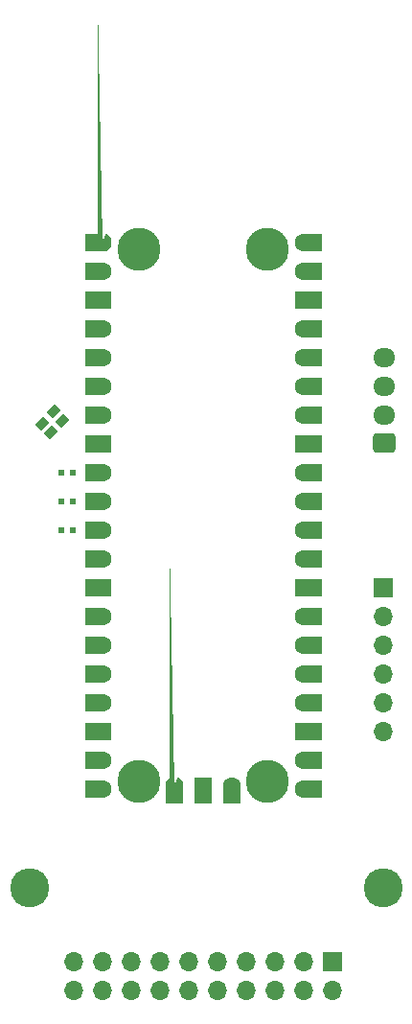
<source format=gts>
G04 #@! TF.GenerationSoftware,KiCad,Pcbnew,6.0.2+dfsg-1*
G04 #@! TF.CreationDate,2023-02-11T22:05:12+01:00*
G04 #@! TF.ProjectId,pico_probe_pcb,7069636f-5f70-4726-9f62-655f7063622e,rev?*
G04 #@! TF.SameCoordinates,Original*
G04 #@! TF.FileFunction,Soldermask,Top*
G04 #@! TF.FilePolarity,Negative*
%FSLAX46Y46*%
G04 Gerber Fmt 4.6, Leading zero omitted, Abs format (unit mm)*
G04 Created by KiCad (PCBNEW 6.0.2+dfsg-1) date 2023-02-11 22:05:12*
%MOMM*%
%LPD*%
G01*
G04 APERTURE LIST*
G04 Aperture macros list*
%AMRoundRect*
0 Rectangle with rounded corners*
0 $1 Rounding radius*
0 $2 $3 $4 $5 $6 $7 $8 $9 X,Y pos of 4 corners*
0 Add a 4 corners polygon primitive as box body*
4,1,4,$2,$3,$4,$5,$6,$7,$8,$9,$2,$3,0*
0 Add four circle primitives for the rounded corners*
1,1,$1+$1,$2,$3*
1,1,$1+$1,$4,$5*
1,1,$1+$1,$6,$7*
1,1,$1+$1,$8,$9*
0 Add four rect primitives between the rounded corners*
20,1,$1+$1,$2,$3,$4,$5,0*
20,1,$1+$1,$4,$5,$6,$7,0*
20,1,$1+$1,$6,$7,$8,$9,0*
20,1,$1+$1,$8,$9,$2,$3,0*%
%AMRotRect*
0 Rectangle, with rotation*
0 The origin of the aperture is its center*
0 $1 length*
0 $2 width*
0 $3 Rotation angle, in degrees counterclockwise*
0 Add horizontal line*
21,1,$1,$2,0,0,$3*%
%AMFreePoly0*
4,1,57,0.281438,0.792513,0.314631,0.788760,0.324366,0.782642,0.335575,0.780064,0.361670,0.759195,0.389950,0.741421,0.741668,0.389704,0.759398,0.361385,0.780215,0.335261,0.782772,0.324050,0.788875,0.314303,0.792571,0.281098,0.800000,0.248529,0.800000,-0.248878,0.792513,-0.281438,0.788760,-0.314632,0.782641,-0.324367,0.780064,-0.335575,0.759196,-0.361669,0.741421,-0.389950,
0.389704,-0.741668,0.361385,-0.759398,0.335261,-0.780215,0.324050,-0.782772,0.314303,-0.788875,0.281098,-0.792571,0.248529,-0.800000,-0.248878,-0.800000,-0.281438,-0.792513,-0.314632,-0.788760,-0.324367,-0.782641,-0.335575,-0.780064,-0.361669,-0.759196,-0.389950,-0.741421,-0.741668,-0.389704,-0.759398,-0.361385,-0.780215,-0.335261,-0.782772,-0.324050,-0.788875,-0.314303,-0.792571,-0.281098,
-0.800000,-0.248529,-0.800000,0.248878,-0.792513,0.281438,-0.788760,0.314631,-0.782642,0.324366,-0.780064,0.335575,-0.759195,0.361670,-0.741421,0.389950,-0.389704,0.741668,-0.361385,0.759398,-0.335261,0.780215,-0.324050,0.782772,-0.314303,0.788875,-0.281098,0.792571,-0.248529,0.800000,0.248878,0.800000,0.281438,0.792513,0.281438,0.792513,$1*%
G04 Aperture macros list end*
%ADD10C,3.450000*%
%ADD11C,3.800000*%
%ADD12R,1.600000X1.600000*%
%ADD13FreePoly0,0.000000*%
%ADD14C,1.600000*%
%ADD15RoundRect,0.200000X-0.600000X-0.600000X0.600000X-0.600000X0.600000X0.600000X-0.600000X0.600000X0*%
%ADD16C,3.000000*%
%ADD17R,0.500000X0.600000*%
%ADD18RotRect,0.800000X1.000000X135.000000*%
%ADD19R,1.700000X1.700000*%
%ADD20O,1.700000X1.700000*%
%ADD21RoundRect,0.250000X0.725000X-0.600000X0.725000X0.600000X-0.725000X0.600000X-0.725000X-0.600000X0*%
%ADD22O,1.950000X1.700000*%
G04 APERTURE END LIST*
D10*
G04 #@! TO.C,REF\u002A\u002A*
X132588000Y-117348000D03*
G04 #@! TD*
G04 #@! TO.C,REF\u002A\u002A*
X163830000Y-117348000D03*
G04 #@! TD*
D11*
G04 #@! TO.C,A101*
X153655000Y-107955000D03*
X142255000Y-60955000D03*
X153655000Y-60955000D03*
X142255000Y-107955000D03*
D12*
X138265000Y-60325000D03*
D13*
X139065000Y-60325000D03*
D12*
X138265000Y-62865000D03*
D14*
X139065000Y-62865000D03*
D15*
X139065000Y-65405000D03*
D12*
X138265000Y-65405000D03*
X138265000Y-67945000D03*
D14*
X139065000Y-67945000D03*
D12*
X138265000Y-70485000D03*
D14*
X139065000Y-70485000D03*
D12*
X138265000Y-73025000D03*
D14*
X139065000Y-73025000D03*
D12*
X138265000Y-75565000D03*
D14*
X139065000Y-75565000D03*
D12*
X138265000Y-78105000D03*
D15*
X139065000Y-78105000D03*
D12*
X138265000Y-80645000D03*
D14*
X139065000Y-80645000D03*
D12*
X138265000Y-83185000D03*
D14*
X139065000Y-83185000D03*
X139065000Y-85725000D03*
D12*
X138265000Y-85725000D03*
D14*
X139065000Y-88265000D03*
D12*
X138265000Y-88265000D03*
D15*
X139065000Y-90805000D03*
D12*
X138265000Y-90805000D03*
X138265000Y-93345000D03*
D14*
X139065000Y-93345000D03*
D12*
X138265000Y-95885000D03*
D14*
X139065000Y-95885000D03*
X139065000Y-98425000D03*
D12*
X138265000Y-98425000D03*
X138265000Y-100965000D03*
D14*
X139065000Y-100965000D03*
D12*
X138265000Y-103505000D03*
D15*
X139065000Y-103505000D03*
D14*
X139065000Y-106045000D03*
D12*
X138265000Y-106045000D03*
D14*
X139065000Y-108585000D03*
D12*
X138265000Y-108585000D03*
D14*
X156845000Y-108585000D03*
D12*
X157645000Y-108585000D03*
D14*
X156845000Y-106045000D03*
D12*
X157645000Y-106045000D03*
D15*
X156845000Y-103505000D03*
D12*
X157645000Y-103505000D03*
X157645000Y-100965000D03*
D14*
X156845000Y-100965000D03*
D12*
X157645000Y-98425000D03*
D14*
X156845000Y-98425000D03*
X156845000Y-95885000D03*
D12*
X157645000Y-95885000D03*
D14*
X156845000Y-93345000D03*
D12*
X157645000Y-93345000D03*
X157645000Y-90805000D03*
D15*
X156845000Y-90805000D03*
D14*
X156845000Y-88265000D03*
D12*
X157645000Y-88265000D03*
X157645000Y-85725000D03*
D14*
X156845000Y-85725000D03*
D12*
X157645000Y-83185000D03*
D14*
X156845000Y-83185000D03*
X156845000Y-80645000D03*
D12*
X157645000Y-80645000D03*
D15*
X156845000Y-78105000D03*
D12*
X157645000Y-78105000D03*
D14*
X156845000Y-75565000D03*
D12*
X157645000Y-75565000D03*
X157645000Y-73025000D03*
D14*
X156845000Y-73025000D03*
X156845000Y-70485000D03*
D12*
X157645000Y-70485000D03*
D14*
X156845000Y-67945000D03*
D12*
X157645000Y-67945000D03*
D15*
X156845000Y-65405000D03*
D12*
X157645000Y-65405000D03*
X157645000Y-62865000D03*
D14*
X156845000Y-62865000D03*
D12*
X157645000Y-60325000D03*
D14*
X156845000Y-60325000D03*
D13*
X145415000Y-108355000D03*
D12*
X145415000Y-109155000D03*
X147955000Y-109155000D03*
D15*
X147955000Y-108355000D03*
D14*
X150495000Y-108355000D03*
D12*
X150495000Y-109155000D03*
D16*
X153655000Y-107955000D03*
X142255000Y-107955000D03*
G04 #@! TD*
D17*
G04 #@! TO.C,R103*
X135390000Y-85725000D03*
X136390000Y-85725000D03*
G04 #@! TD*
G04 #@! TO.C,R102*
X135390000Y-83185000D03*
X136390000Y-83185000D03*
G04 #@! TD*
G04 #@! TO.C,R101*
X135390000Y-80645000D03*
X136390000Y-80645000D03*
G04 #@! TD*
D18*
G04 #@! TO.C,L101*
X134761421Y-75280761D03*
X135539239Y-76058579D03*
X134478579Y-77119239D03*
X133700761Y-76341421D03*
G04 #@! TD*
D19*
G04 #@! TO.C,J103*
X163830000Y-90805000D03*
D20*
X163830000Y-93345000D03*
X163830000Y-95885000D03*
X163830000Y-98425000D03*
X163830000Y-100965000D03*
X163830000Y-103505000D03*
G04 #@! TD*
D21*
G04 #@! TO.C,J101*
X163940000Y-78045000D03*
D22*
X163940000Y-75545000D03*
X163940000Y-73045000D03*
X163940000Y-70545000D03*
G04 #@! TD*
D19*
G04 #@! TO.C,J102*
X159355000Y-123805000D03*
D20*
X159355000Y-126345000D03*
X156815000Y-123805000D03*
X156815000Y-126345000D03*
X154275000Y-123805000D03*
X154275000Y-126345000D03*
X151735000Y-123805000D03*
X151735000Y-126345000D03*
X149195000Y-123805000D03*
X149195000Y-126345000D03*
X146655000Y-123805000D03*
X146655000Y-126345000D03*
X144115000Y-123805000D03*
X144115000Y-126345000D03*
X141575000Y-123805000D03*
X141575000Y-126345000D03*
X139035000Y-123805000D03*
X139035000Y-126345000D03*
X136495000Y-123805000D03*
X136495000Y-126345000D03*
G04 #@! TD*
M02*

</source>
